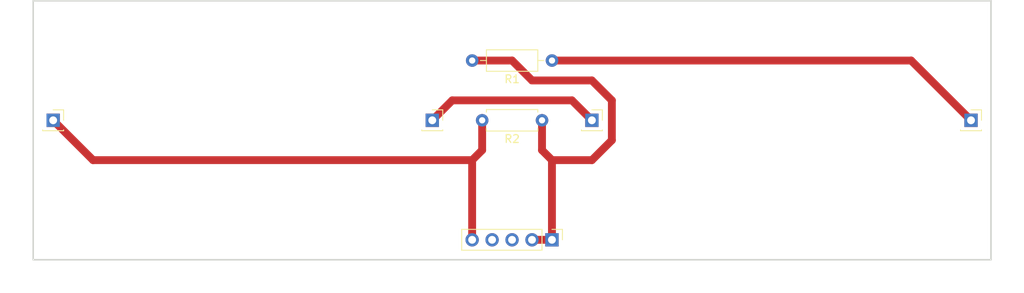
<source format=kicad_pcb>
(kicad_pcb (version 20211014) (generator pcbnew)
  (layers (0 "F.Cu" signal) (31 "B.Cu" signal) (34 "B.Paste" user) (35 "F.Paste" user) (36 "B.SilkS" user "B.Silkscreen") (37 "F.SilkS" user "F.Silkscreen") (38 "B.Mask" user) (39 "F.Mask" user) (44 "Edge.Cuts" user))
  (net 0 "")
  (net 1 "/Solar1Pos")
  (net 2 "Net-(R1-Pad2)")
  (net 3 "/Solar2Neg")
  (net 6 "Net-(SC1-Pad2)")
  (footprint "Connector_PinSocket_2.54mm:PinSocket_1x01_P2.54mm_Vertical" (layer "F.Cu") (at 203.2 104.14)
    (fp_text reference "Solar1conn1" hide)
    (fp_text value "Conn_01x01_Male")
    (fp_line (start -1.33 1.33) (end 1.33 1.33) (layer "F.SilkS") (width 0.12))
    (fp_line (start 1.33 -1.33) (end 1.33 0) (layer "F.SilkS") (width 0.12))
    (fp_line (start 0 -1.33) (end 1.33 -1.33) (layer "F.SilkS") (width 0.12))
    (fp_line (start 1.33 1.21) (end 1.33 1.33) (layer "F.SilkS") (width 0.12))
    (fp_line (start -1.33 1.21) (end -1.33 1.33) (layer "F.SilkS") (width 0.12))
    (pad "1" thru_hole rect (at 0 0) (size 1.7 1.7) (drill 1) (layers *.Cu *.Mask) (net 1 "/Solar1Pos"))
  )
  (footprint "Connector_PinHeader_2.54mm:PinHeader_1x05_P2.54mm_Vertical" (layer "F.Cu") (at 149.855 119.38 -90)
    (fp_text reference "SolarPanelConnector1" hide)
    (fp_text value "Conn_01x05_Male")
    (fp_line (start -1.33 0) (end -1.33 -1.33) (layer "F.SilkS") (width 0.12))
    (fp_line (start 1.33 1.27) (end 1.33 11.49) (layer "F.SilkS") (width 0.12))
    (fp_line (start -1.33 11.49) (end 1.33 11.49) (layer "F.SilkS") (width 0.12))
    (fp_line (start -1.33 1.27) (end -1.33 11.49) (layer "F.SilkS") (width 0.12))
    (fp_line (start -1.33 1.27) (end 1.33 1.27) (layer "F.SilkS") (width 0.12))
    (fp_line (start -1.33 -1.33) (end 0 -1.33) (layer "F.SilkS") (width 0.12))
    (pad "1" thru_hole rect (at 0 0 270) (size 1.7 1.7) (drill 1) (layers *.Cu *.Mask) (net 2 "Net-(R1-Pad2)"))
    (pad "2" thru_hole oval (at 0 2.54 270) (size 1.7 1.7) (drill 1) (layers *.Cu *.Mask) (net 2 "Net-(R1-Pad2)"))
    (pad "3" thru_hole oval (at 0 5.08 270) (size 1.7 1.7) (drill 1) (layers *.Cu *.Mask))
    (pad "4" thru_hole oval (at 0 7.62 270) (size 1.7 1.7) (drill 1) (layers *.Cu *.Mask))
    (pad "5" thru_hole oval (at 0 10.16 270) (size 1.7 1.7) (drill 1) (layers *.Cu *.Mask) (net 3 "/Solar2Neg"))
  )
  (footprint "Connector_PinSocket_2.54mm:PinSocket_1x01_P2.54mm_Vertical" (layer "F.Cu") (at 134.62 104.14)
    (fp_text reference "SolarJoin1" hide)
    (fp_text value "Conn_01x01_Male")
    (fp_line (start 1.33 -1.33) (end 1.33 0) (layer "F.SilkS") (width 0.12))
    (fp_line (start 0 -1.33) (end 1.33 -1.33) (layer "F.SilkS") (width 0.12))
    (fp_line (start -1.33 1.33) (end 1.33 1.33) (layer "F.SilkS") (width 0.12))
    (fp_line (start -1.33 1.21) (end -1.33 1.33) (layer "F.SilkS") (width 0.12))
    (fp_line (start 1.33 1.21) (end 1.33 1.33) (layer "F.SilkS") (width 0.12))
    (pad "1" thru_hole rect (at 0 0) (size 1.7 1.7) (drill 1) (layers *.Cu *.Mask) (net 6 "Net-(SC1-Pad2)"))
  )
  (footprint "Resistor_THT:R_Axial_DIN0207_L6.3mm_D2.5mm_P10.16mm_Horizontal" (layer "F.Cu") (at 149.86 96.52 180)
    (fp_text reference "R1" (at 5.08 -2.37) (layer "F.SilkS"))
    (fp_text value "22000" hide)
    (fp_line (start 1.81 -1.37) (end 1.81 1.37) (layer "F.SilkS") (width 0.12))
    (fp_line (start 8.35 -1.37) (end 1.81 -1.37) (layer "F.SilkS") (width 0.12))
    (fp_line (start 1.04 0) (end 1.81 0) (layer "F.SilkS") (width 0.12))
    (fp_line (start 1.81 1.37) (end 8.35 1.37) (layer "F.SilkS") (width 0.12))
    (fp_line (start 9.12 0) (end 8.35 0) (layer "F.SilkS") (width 0.12))
    (fp_line (start 8.35 1.37) (end 8.35 -1.37) (layer "F.SilkS") (width 0.12))
    (pad "1" thru_hole circle (at 0 0 180) (size 1.6 1.6) (drill 0.8) (layers *.Cu *.Mask) (net 1 "/Solar1Pos"))
    (pad "2" thru_hole oval (at 10.16 0 180) (size 1.6 1.6) (drill 0.8) (layers *.Cu *.Mask) (net 2 "Net-(R1-Pad2)"))
  )
  (footprint "Connector_PinSocket_2.54mm:PinSocket_1x01_P2.54mm_Vertical" (layer "F.Cu") (at 86.36 104.14)
    (fp_text reference "Solar2conn1" hide)
    (fp_text value "Conn_01x01_Male")
    (fp_line (start 1.33 -1.33) (end 1.33 0) (layer "F.SilkS") (width 0.12))
    (fp_line (start 1.33 1.21) (end 1.33 1.33) (layer "F.SilkS") (width 0.12))
    (fp_line (start 0 -1.33) (end 1.33 -1.33) (layer "F.SilkS") (width 0.12))
    (fp_line (start -1.33 1.33) (end 1.33 1.33) (layer "F.SilkS") (width 0.12))
    (fp_line (start -1.33 1.21) (end -1.33 1.33) (layer "F.SilkS") (width 0.12))
    (pad "1" thru_hole rect (at 0 0) (size 1.7 1.7) (drill 1) (layers *.Cu *.Mask) (net 3 "/Solar2Neg"))
  )
  (footprint "Connector_PinSocket_2.54mm:PinSocket_1x01_P2.54mm_Vertical" (layer "F.Cu") (at 154.94 104.14)
    (fp_text reference "SolarJoin2" hide)
    (fp_text value "Conn_01x01_Male")
    (fp_line (start -1.33 1.33) (end 1.33 1.33) (layer "F.SilkS") (width 0.12))
    (fp_line (start 0 -1.33) (end 1.33 -1.33) (layer "F.SilkS") (width 0.12))
    (fp_line (start -1.33 1.21) (end -1.33 1.33) (layer "F.SilkS") (width 0.12))
    (fp_line (start 1.33 -1.33) (end 1.33 0) (layer "F.SilkS") (width 0.12))
    (fp_line (start 1.33 1.21) (end 1.33 1.33) (layer "F.SilkS") (width 0.12))
    (pad "1" thru_hole rect (at 0 0) (size 1.7 1.7) (drill 1) (layers *.Cu *.Mask) (net 6 "Net-(SC1-Pad2)"))
  )
  (footprint "Resistor_THT:R_Axial_DIN0207_L6.3mm_D2.5mm_P7.62mm_Horizontal" (layer "F.Cu") (at 148.59 104.14 180)
    (fp_text reference "R2" (at 3.81 -2.37) (layer "F.SilkS"))
    (fp_text value "8000")
    (fp_line (start 0.54 -1.04) (end 0.54 -1.37) (layer "F.SilkS") (width 0.12))
    (fp_line (start 0.54 -1.37) (end 7.08 -1.37) (layer "F.SilkS") (width 0.12))
    (fp_line (start 0.54 1.37) (end 7.08 1.37) (layer "F.SilkS") (width 0.12))
    (fp_line (start 7.08 -1.37) (end 7.08 -1.04) (layer "F.SilkS") (width 0.12))
    (fp_line (start 7.08 1.37) (end 7.08 1.04) (layer "F.SilkS") (width 0.12))
    (fp_line (start 0.54 1.04) (end 0.54 1.37) (layer "F.SilkS") (width 0.12))
    (pad "1" thru_hole circle (at 0 0 180) (size 1.6 1.6) (drill 0.8) (layers *.Cu *.Mask) (net 2 "Net-(R1-Pad2)"))
    (pad "2" thru_hole oval (at 7.62 0 180) (size 1.6 1.6) (drill 0.8) (layers *.Cu *.Mask) (net 3 "/Solar2Neg"))
  )
  (gr_line (start 83.82 121.92) (end 83.82 88.9) (layer "Edge.Cuts") (width 0.2))
  (gr_line (start 205.74 121.92) (end 205.74 88.9) (layer "Edge.Cuts") (width 0.2))
  (gr_line (start 205.74 88.9) (end 83.82 88.9) (layer "Edge.Cuts") (width 0.2))
  (gr_line (start 83.82 121.92) (end 205.74 121.92) (layer "Edge.Cuts") (width 0.2))
  (segment (start 149.86 96.52) (end 195.58 96.52) (width 1) (layer "F.Cu") (net 1))
  (segment (start 195.58 96.52) (end 203.2 104.14) (width 1) (layer "F.Cu") (net 1))
  (segment (start 148.59 107.955) (end 149.855 109.22) (width 0.25) (layer "F.Cu") (net 2))
  (segment (start 144.78 96.52) (end 147.32 99.06) (width 1) (layer "F.Cu") (net 2))
  (segment (start 149.855 109.22) (end 149.855 119.38) (width 1) (layer "F.Cu") (net 2))
  (segment (start 148.59 104.14) (end 148.59 107.955) (width 0.25) (layer "F.Cu") (net 2))
  (segment (start 157.48 101.6) (end 157.48 106.68) (width 1) (layer "F.Cu") (net 2))
  (segment (start 139.7 96.52) (end 144.78 96.52) (width 1) (layer "F.Cu") (net 2))
  (segment (start 154.94 99.06) (end 157.48 101.6) (width 1) (layer "F.Cu") (net 2))
  (segment (start 154.94 109.22) (end 149.86 109.22) (width 1) (layer "F.Cu") (net 2))
  (segment (start 148.59 107.95) (end 148.59 104.14) (width 1) (layer "F.Cu") (net 2))
  (segment (start 149.855 119.38) (end 147.315 119.38) (width 1) (layer "F.Cu") (net 2))
  (segment (start 149.86 109.22) (end 148.59 107.95) (width 1) (layer "F.Cu") (net 2))
  (segment (start 147.32 99.06) (end 154.94 99.06) (width 1) (layer "F.Cu") (net 2))
  (segment (start 157.48 106.68) (end 154.94 109.22) (width 1) (layer "F.Cu") (net 2))
  (segment (start 140.97 107.945) (end 139.695 109.22) (width 1) (layer "F.Cu") (net 3))
  (segment (start 139.695 109.22) (end 139.695 119.38) (width 1) (layer "F.Cu") (net 3))
  (segment (start 139.695 109.22) (end 91.44 109.22) (width 1) (layer "F.Cu") (net 3))
  (segment (start 91.44 109.22) (end 86.36 104.14) (width 1) (layer "F.Cu") (net 3))
  (segment (start 140.97 104.14) (end 140.97 107.945) (width 1) (layer "F.Cu") (net 3))
  (segment (start 134.62 104.14) (end 137.16 101.6) (width 1) (layer "F.Cu") (net 6))
  (segment (start 137.16 101.6) (end 152.4 101.6) (width 1) (layer "F.Cu") (net 6))
  (segment (start 152.4 101.6) (end 154.94 104.14) (width 1) (layer "F.Cu") (net 6))
)
</source>
